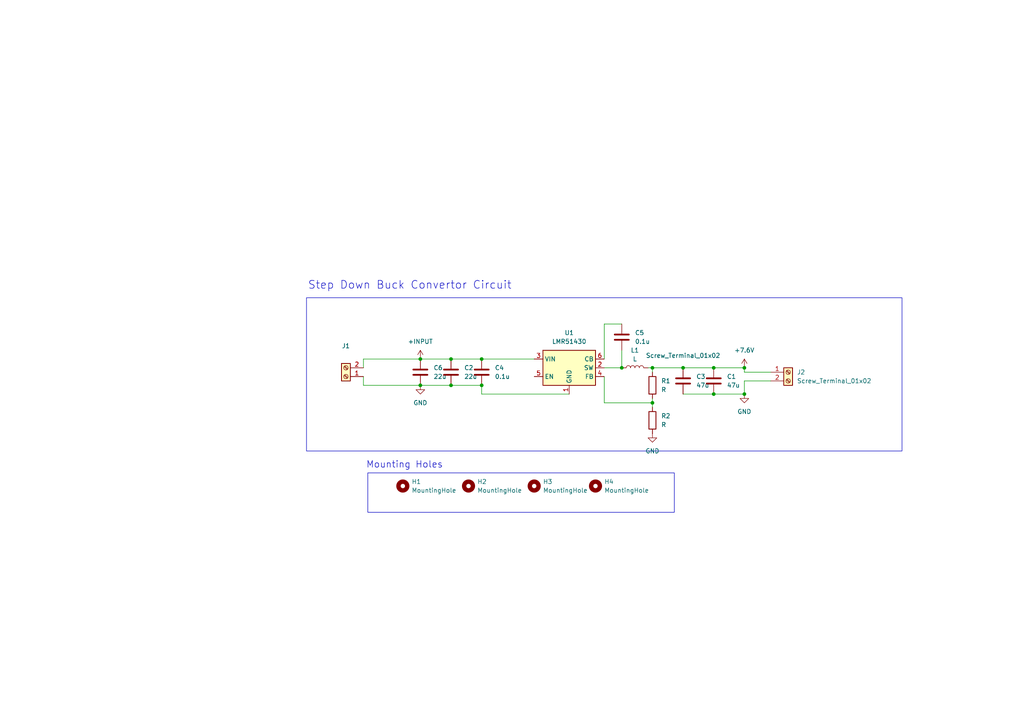
<source format=kicad_sch>
(kicad_sch
	(version 20231120)
	(generator "eeschema")
	(generator_version "8.0")
	(uuid "affacf8c-65d6-45b6-aacd-a7d5e8e0a92c")
	(paper "A4")
	(lib_symbols
		(symbol "Connector:Screw_Terminal_01x02"
			(pin_names
				(offset 1.016) hide)
			(exclude_from_sim no)
			(in_bom yes)
			(on_board yes)
			(property "Reference" "J"
				(at 0 2.54 0)
				(effects
					(font
						(size 1.27 1.27)
					)
				)
			)
			(property "Value" "Screw_Terminal_01x02"
				(at 0 -5.08 0)
				(effects
					(font
						(size 1.27 1.27)
					)
				)
			)
			(property "Footprint" ""
				(at 0 0 0)
				(effects
					(font
						(size 1.27 1.27)
					)
					(hide yes)
				)
			)
			(property "Datasheet" "~"
				(at 0 0 0)
				(effects
					(font
						(size 1.27 1.27)
					)
					(hide yes)
				)
			)
			(property "Description" "Generic screw terminal, single row, 01x02, script generated (kicad-library-utils/schlib/autogen/connector/)"
				(at 0 0 0)
				(effects
					(font
						(size 1.27 1.27)
					)
					(hide yes)
				)
			)
			(property "ki_keywords" "screw terminal"
				(at 0 0 0)
				(effects
					(font
						(size 1.27 1.27)
					)
					(hide yes)
				)
			)
			(property "ki_fp_filters" "TerminalBlock*:*"
				(at 0 0 0)
				(effects
					(font
						(size 1.27 1.27)
					)
					(hide yes)
				)
			)
			(symbol "Screw_Terminal_01x02_1_1"
				(rectangle
					(start -1.27 1.27)
					(end 1.27 -3.81)
					(stroke
						(width 0.254)
						(type default)
					)
					(fill
						(type background)
					)
				)
				(circle
					(center 0 -2.54)
					(radius 0.635)
					(stroke
						(width 0.1524)
						(type default)
					)
					(fill
						(type none)
					)
				)
				(polyline
					(pts
						(xy -0.5334 -2.2098) (xy 0.3302 -3.048)
					)
					(stroke
						(width 0.1524)
						(type default)
					)
					(fill
						(type none)
					)
				)
				(polyline
					(pts
						(xy -0.5334 0.3302) (xy 0.3302 -0.508)
					)
					(stroke
						(width 0.1524)
						(type default)
					)
					(fill
						(type none)
					)
				)
				(polyline
					(pts
						(xy -0.3556 -2.032) (xy 0.508 -2.8702)
					)
					(stroke
						(width 0.1524)
						(type default)
					)
					(fill
						(type none)
					)
				)
				(polyline
					(pts
						(xy -0.3556 0.508) (xy 0.508 -0.3302)
					)
					(stroke
						(width 0.1524)
						(type default)
					)
					(fill
						(type none)
					)
				)
				(circle
					(center 0 0)
					(radius 0.635)
					(stroke
						(width 0.1524)
						(type default)
					)
					(fill
						(type none)
					)
				)
				(pin passive line
					(at -5.08 0 0)
					(length 3.81)
					(name "Pin_1"
						(effects
							(font
								(size 1.27 1.27)
							)
						)
					)
					(number "1"
						(effects
							(font
								(size 1.27 1.27)
							)
						)
					)
				)
				(pin passive line
					(at -5.08 -2.54 0)
					(length 3.81)
					(name "Pin_2"
						(effects
							(font
								(size 1.27 1.27)
							)
						)
					)
					(number "2"
						(effects
							(font
								(size 1.27 1.27)
							)
						)
					)
				)
			)
		)
		(symbol "Device:C"
			(pin_numbers hide)
			(pin_names
				(offset 0.254)
			)
			(exclude_from_sim no)
			(in_bom yes)
			(on_board yes)
			(property "Reference" "C"
				(at 0.635 2.54 0)
				(effects
					(font
						(size 1.27 1.27)
					)
					(justify left)
				)
			)
			(property "Value" "C"
				(at 0.635 -2.54 0)
				(effects
					(font
						(size 1.27 1.27)
					)
					(justify left)
				)
			)
			(property "Footprint" ""
				(at 0.9652 -3.81 0)
				(effects
					(font
						(size 1.27 1.27)
					)
					(hide yes)
				)
			)
			(property "Datasheet" "~"
				(at 0 0 0)
				(effects
					(font
						(size 1.27 1.27)
					)
					(hide yes)
				)
			)
			(property "Description" "Unpolarized capacitor"
				(at 0 0 0)
				(effects
					(font
						(size 1.27 1.27)
					)
					(hide yes)
				)
			)
			(property "ki_keywords" "cap capacitor"
				(at 0 0 0)
				(effects
					(font
						(size 1.27 1.27)
					)
					(hide yes)
				)
			)
			(property "ki_fp_filters" "C_*"
				(at 0 0 0)
				(effects
					(font
						(size 1.27 1.27)
					)
					(hide yes)
				)
			)
			(symbol "C_0_1"
				(polyline
					(pts
						(xy -2.032 -0.762) (xy 2.032 -0.762)
					)
					(stroke
						(width 0.508)
						(type default)
					)
					(fill
						(type none)
					)
				)
				(polyline
					(pts
						(xy -2.032 0.762) (xy 2.032 0.762)
					)
					(stroke
						(width 0.508)
						(type default)
					)
					(fill
						(type none)
					)
				)
			)
			(symbol "C_1_1"
				(pin passive line
					(at 0 3.81 270)
					(length 2.794)
					(name "~"
						(effects
							(font
								(size 1.27 1.27)
							)
						)
					)
					(number "1"
						(effects
							(font
								(size 1.27 1.27)
							)
						)
					)
				)
				(pin passive line
					(at 0 -3.81 90)
					(length 2.794)
					(name "~"
						(effects
							(font
								(size 1.27 1.27)
							)
						)
					)
					(number "2"
						(effects
							(font
								(size 1.27 1.27)
							)
						)
					)
				)
			)
		)
		(symbol "Device:L"
			(pin_numbers hide)
			(pin_names
				(offset 1.016) hide)
			(exclude_from_sim no)
			(in_bom yes)
			(on_board yes)
			(property "Reference" "L"
				(at -1.27 0 90)
				(effects
					(font
						(size 1.27 1.27)
					)
				)
			)
			(property "Value" "L"
				(at 1.905 0 90)
				(effects
					(font
						(size 1.27 1.27)
					)
				)
			)
			(property "Footprint" ""
				(at 0 0 0)
				(effects
					(font
						(size 1.27 1.27)
					)
					(hide yes)
				)
			)
			(property "Datasheet" "~"
				(at 0 0 0)
				(effects
					(font
						(size 1.27 1.27)
					)
					(hide yes)
				)
			)
			(property "Description" "Inductor"
				(at 0 0 0)
				(effects
					(font
						(size 1.27 1.27)
					)
					(hide yes)
				)
			)
			(property "ki_keywords" "inductor choke coil reactor magnetic"
				(at 0 0 0)
				(effects
					(font
						(size 1.27 1.27)
					)
					(hide yes)
				)
			)
			(property "ki_fp_filters" "Choke_* *Coil* Inductor_* L_*"
				(at 0 0 0)
				(effects
					(font
						(size 1.27 1.27)
					)
					(hide yes)
				)
			)
			(symbol "L_0_1"
				(arc
					(start 0 -2.54)
					(mid 0.6323 -1.905)
					(end 0 -1.27)
					(stroke
						(width 0)
						(type default)
					)
					(fill
						(type none)
					)
				)
				(arc
					(start 0 -1.27)
					(mid 0.6323 -0.635)
					(end 0 0)
					(stroke
						(width 0)
						(type default)
					)
					(fill
						(type none)
					)
				)
				(arc
					(start 0 0)
					(mid 0.6323 0.635)
					(end 0 1.27)
					(stroke
						(width 0)
						(type default)
					)
					(fill
						(type none)
					)
				)
				(arc
					(start 0 1.27)
					(mid 0.6323 1.905)
					(end 0 2.54)
					(stroke
						(width 0)
						(type default)
					)
					(fill
						(type none)
					)
				)
			)
			(symbol "L_1_1"
				(pin passive line
					(at 0 3.81 270)
					(length 1.27)
					(name "1"
						(effects
							(font
								(size 1.27 1.27)
							)
						)
					)
					(number "1"
						(effects
							(font
								(size 1.27 1.27)
							)
						)
					)
				)
				(pin passive line
					(at 0 -3.81 90)
					(length 1.27)
					(name "2"
						(effects
							(font
								(size 1.27 1.27)
							)
						)
					)
					(number "2"
						(effects
							(font
								(size 1.27 1.27)
							)
						)
					)
				)
			)
		)
		(symbol "Device:R"
			(pin_numbers hide)
			(pin_names
				(offset 0)
			)
			(exclude_from_sim no)
			(in_bom yes)
			(on_board yes)
			(property "Reference" "R"
				(at 2.032 0 90)
				(effects
					(font
						(size 1.27 1.27)
					)
				)
			)
			(property "Value" "R"
				(at 0 0 90)
				(effects
					(font
						(size 1.27 1.27)
					)
				)
			)
			(property "Footprint" ""
				(at -1.778 0 90)
				(effects
					(font
						(size 1.27 1.27)
					)
					(hide yes)
				)
			)
			(property "Datasheet" "~"
				(at 0 0 0)
				(effects
					(font
						(size 1.27 1.27)
					)
					(hide yes)
				)
			)
			(property "Description" "Resistor"
				(at 0 0 0)
				(effects
					(font
						(size 1.27 1.27)
					)
					(hide yes)
				)
			)
			(property "ki_keywords" "R res resistor"
				(at 0 0 0)
				(effects
					(font
						(size 1.27 1.27)
					)
					(hide yes)
				)
			)
			(property "ki_fp_filters" "R_*"
				(at 0 0 0)
				(effects
					(font
						(size 1.27 1.27)
					)
					(hide yes)
				)
			)
			(symbol "R_0_1"
				(rectangle
					(start -1.016 -2.54)
					(end 1.016 2.54)
					(stroke
						(width 0.254)
						(type default)
					)
					(fill
						(type none)
					)
				)
			)
			(symbol "R_1_1"
				(pin passive line
					(at 0 3.81 270)
					(length 1.27)
					(name "~"
						(effects
							(font
								(size 1.27 1.27)
							)
						)
					)
					(number "1"
						(effects
							(font
								(size 1.27 1.27)
							)
						)
					)
				)
				(pin passive line
					(at 0 -3.81 90)
					(length 1.27)
					(name "~"
						(effects
							(font
								(size 1.27 1.27)
							)
						)
					)
					(number "2"
						(effects
							(font
								(size 1.27 1.27)
							)
						)
					)
				)
			)
		)
		(symbol "Mechanical:MountingHole"
			(pin_names
				(offset 1.016)
			)
			(exclude_from_sim yes)
			(in_bom no)
			(on_board yes)
			(property "Reference" "H"
				(at 0 5.08 0)
				(effects
					(font
						(size 1.27 1.27)
					)
				)
			)
			(property "Value" "MountingHole"
				(at 0 3.175 0)
				(effects
					(font
						(size 1.27 1.27)
					)
				)
			)
			(property "Footprint" ""
				(at 0 0 0)
				(effects
					(font
						(size 1.27 1.27)
					)
					(hide yes)
				)
			)
			(property "Datasheet" "~"
				(at 0 0 0)
				(effects
					(font
						(size 1.27 1.27)
					)
					(hide yes)
				)
			)
			(property "Description" "Mounting Hole without connection"
				(at 0 0 0)
				(effects
					(font
						(size 1.27 1.27)
					)
					(hide yes)
				)
			)
			(property "ki_keywords" "mounting hole"
				(at 0 0 0)
				(effects
					(font
						(size 1.27 1.27)
					)
					(hide yes)
				)
			)
			(property "ki_fp_filters" "MountingHole*"
				(at 0 0 0)
				(effects
					(font
						(size 1.27 1.27)
					)
					(hide yes)
				)
			)
			(symbol "MountingHole_0_1"
				(circle
					(center 0 0)
					(radius 1.27)
					(stroke
						(width 1.27)
						(type default)
					)
					(fill
						(type none)
					)
				)
			)
		)
		(symbol "Regulator_Switching:LMR51430"
			(exclude_from_sim no)
			(in_bom yes)
			(on_board yes)
			(property "Reference" "U"
				(at -7.62 6.35 0)
				(effects
					(font
						(size 1.27 1.27)
					)
					(justify left)
				)
			)
			(property "Value" "LMR51430"
				(at 0 6.35 0)
				(effects
					(font
						(size 1.27 1.27)
					)
					(justify left)
				)
			)
			(property "Footprint" "Package_TO_SOT_SMD:SOT-23-6"
				(at 1.27 -8.89 0)
				(effects
					(font
						(size 1.27 1.27)
					)
					(justify left)
					(hide yes)
				)
			)
			(property "Datasheet" "https://www.ti.com/lit/ds/symlink/lmr51430.pdf"
				(at 1.27 -11.43 0)
				(effects
					(font
						(size 1.27 1.27)
					)
					(justify left)
					(hide yes)
				)
			)
			(property "Description" "4.5-V to 36-V, 3-A synchronous buck converter with 40-µA IQ, SOT-23-6"
				(at 0 0 0)
				(effects
					(font
						(size 1.27 1.27)
					)
					(hide yes)
				)
			)
			(property "ki_keywords" "switching buck converter power-supply voltage regulator"
				(at 0 0 0)
				(effects
					(font
						(size 1.27 1.27)
					)
					(hide yes)
				)
			)
			(property "ki_fp_filters" "SOT?23*"
				(at 0 0 0)
				(effects
					(font
						(size 1.27 1.27)
					)
					(hide yes)
				)
			)
			(symbol "LMR51430_0_1"
				(rectangle
					(start -7.62 5.08)
					(end 7.62 -5.08)
					(stroke
						(width 0.254)
						(type default)
					)
					(fill
						(type background)
					)
				)
			)
			(symbol "LMR51430_1_1"
				(pin power_in line
					(at 0 -7.62 90)
					(length 2.54)
					(name "GND"
						(effects
							(font
								(size 1.27 1.27)
							)
						)
					)
					(number "1"
						(effects
							(font
								(size 1.27 1.27)
							)
						)
					)
				)
				(pin power_out line
					(at 10.16 0 180)
					(length 2.54)
					(name "SW"
						(effects
							(font
								(size 1.27 1.27)
							)
						)
					)
					(number "2"
						(effects
							(font
								(size 1.27 1.27)
							)
						)
					)
				)
				(pin power_in line
					(at -10.16 2.54 0)
					(length 2.54)
					(name "VIN"
						(effects
							(font
								(size 1.27 1.27)
							)
						)
					)
					(number "3"
						(effects
							(font
								(size 1.27 1.27)
							)
						)
					)
				)
				(pin input line
					(at 10.16 -2.54 180)
					(length 2.54)
					(name "FB"
						(effects
							(font
								(size 1.27 1.27)
							)
						)
					)
					(number "4"
						(effects
							(font
								(size 1.27 1.27)
							)
						)
					)
				)
				(pin input line
					(at -10.16 -2.54 0)
					(length 2.54)
					(name "EN"
						(effects
							(font
								(size 1.27 1.27)
							)
						)
					)
					(number "5"
						(effects
							(font
								(size 1.27 1.27)
							)
						)
					)
				)
				(pin passive line
					(at 10.16 2.54 180)
					(length 2.54)
					(name "CB"
						(effects
							(font
								(size 1.27 1.27)
							)
						)
					)
					(number "6"
						(effects
							(font
								(size 1.27 1.27)
							)
						)
					)
				)
			)
		)
		(symbol "power:+3.3V"
			(power)
			(pin_numbers hide)
			(pin_names
				(offset 0) hide)
			(exclude_from_sim no)
			(in_bom yes)
			(on_board yes)
			(property "Reference" "#PWR"
				(at 0 -3.81 0)
				(effects
					(font
						(size 1.27 1.27)
					)
					(hide yes)
				)
			)
			(property "Value" "+3.3V"
				(at 0 3.556 0)
				(effects
					(font
						(size 1.27 1.27)
					)
				)
			)
			(property "Footprint" ""
				(at 0 0 0)
				(effects
					(font
						(size 1.27 1.27)
					)
					(hide yes)
				)
			)
			(property "Datasheet" ""
				(at 0 0 0)
				(effects
					(font
						(size 1.27 1.27)
					)
					(hide yes)
				)
			)
			(property "Description" "Power symbol creates a global label with name \"+3.3V\""
				(at 0 0 0)
				(effects
					(font
						(size 1.27 1.27)
					)
					(hide yes)
				)
			)
			(property "ki_keywords" "global power"
				(at 0 0 0)
				(effects
					(font
						(size 1.27 1.27)
					)
					(hide yes)
				)
			)
			(symbol "+3.3V_0_1"
				(polyline
					(pts
						(xy -0.762 1.27) (xy 0 2.54)
					)
					(stroke
						(width 0)
						(type default)
					)
					(fill
						(type none)
					)
				)
				(polyline
					(pts
						(xy 0 0) (xy 0 2.54)
					)
					(stroke
						(width 0)
						(type default)
					)
					(fill
						(type none)
					)
				)
				(polyline
					(pts
						(xy 0 2.54) (xy 0.762 1.27)
					)
					(stroke
						(width 0)
						(type default)
					)
					(fill
						(type none)
					)
				)
			)
			(symbol "+3.3V_1_1"
				(pin power_in line
					(at 0 0 90)
					(length 0)
					(name "~"
						(effects
							(font
								(size 1.27 1.27)
							)
						)
					)
					(number "1"
						(effects
							(font
								(size 1.27 1.27)
							)
						)
					)
				)
			)
		)
		(symbol "power:+7.5V"
			(power)
			(pin_numbers hide)
			(pin_names
				(offset 0) hide)
			(exclude_from_sim no)
			(in_bom yes)
			(on_board yes)
			(property "Reference" "#PWR"
				(at 0 -3.81 0)
				(effects
					(font
						(size 1.27 1.27)
					)
					(hide yes)
				)
			)
			(property "Value" "+7.5V"
				(at 0 3.556 0)
				(effects
					(font
						(size 1.27 1.27)
					)
				)
			)
			(property "Footprint" ""
				(at 0 0 0)
				(effects
					(font
						(size 1.27 1.27)
					)
					(hide yes)
				)
			)
			(property "Datasheet" ""
				(at 0 0 0)
				(effects
					(font
						(size 1.27 1.27)
					)
					(hide yes)
				)
			)
			(property "Description" "Power symbol creates a global label with name \"+7.5V\""
				(at 0 0 0)
				(effects
					(font
						(size 1.27 1.27)
					)
					(hide yes)
				)
			)
			(property "ki_keywords" "global power"
				(at 0 0 0)
				(effects
					(font
						(size 1.27 1.27)
					)
					(hide yes)
				)
			)
			(symbol "+7.5V_0_1"
				(polyline
					(pts
						(xy -0.762 1.27) (xy 0 2.54)
					)
					(stroke
						(width 0)
						(type default)
					)
					(fill
						(type none)
					)
				)
				(polyline
					(pts
						(xy 0 0) (xy 0 2.54)
					)
					(stroke
						(width 0)
						(type default)
					)
					(fill
						(type none)
					)
				)
				(polyline
					(pts
						(xy 0 2.54) (xy 0.762 1.27)
					)
					(stroke
						(width 0)
						(type default)
					)
					(fill
						(type none)
					)
				)
			)
			(symbol "+7.5V_1_1"
				(pin power_in line
					(at 0 0 90)
					(length 0)
					(name "~"
						(effects
							(font
								(size 1.27 1.27)
							)
						)
					)
					(number "1"
						(effects
							(font
								(size 1.27 1.27)
							)
						)
					)
				)
			)
		)
		(symbol "power:GND"
			(power)
			(pin_numbers hide)
			(pin_names
				(offset 0) hide)
			(exclude_from_sim no)
			(in_bom yes)
			(on_board yes)
			(property "Reference" "#PWR"
				(at 0 -6.35 0)
				(effects
					(font
						(size 1.27 1.27)
					)
					(hide yes)
				)
			)
			(property "Value" "GND"
				(at 0 -3.81 0)
				(effects
					(font
						(size 1.27 1.27)
					)
				)
			)
			(property "Footprint" ""
				(at 0 0 0)
				(effects
					(font
						(size 1.27 1.27)
					)
					(hide yes)
				)
			)
			(property "Datasheet" ""
				(at 0 0 0)
				(effects
					(font
						(size 1.27 1.27)
					)
					(hide yes)
				)
			)
			(property "Description" "Power symbol creates a global label with name \"GND\" , ground"
				(at 0 0 0)
				(effects
					(font
						(size 1.27 1.27)
					)
					(hide yes)
				)
			)
			(property "ki_keywords" "global power"
				(at 0 0 0)
				(effects
					(font
						(size 1.27 1.27)
					)
					(hide yes)
				)
			)
			(symbol "GND_0_1"
				(polyline
					(pts
						(xy 0 0) (xy 0 -1.27) (xy 1.27 -1.27) (xy 0 -2.54) (xy -1.27 -1.27) (xy 0 -1.27)
					)
					(stroke
						(width 0)
						(type default)
					)
					(fill
						(type none)
					)
				)
			)
			(symbol "GND_1_1"
				(pin power_in line
					(at 0 0 270)
					(length 0)
					(name "~"
						(effects
							(font
								(size 1.27 1.27)
							)
						)
					)
					(number "1"
						(effects
							(font
								(size 1.27 1.27)
							)
						)
					)
				)
			)
		)
	)
	(junction
		(at 130.81 104.14)
		(diameter 0)
		(color 0 0 0 0)
		(uuid "03d5f673-7985-4337-9ebd-6f4b92c28364")
	)
	(junction
		(at 130.81 111.76)
		(diameter 0)
		(color 0 0 0 0)
		(uuid "1f3430df-cdce-4908-af69-ddfb12e0b4a6")
	)
	(junction
		(at 198.12 106.68)
		(diameter 0)
		(color 0 0 0 0)
		(uuid "22c8055b-2d3b-4448-b93e-ff52e80b8d5d")
	)
	(junction
		(at 207.01 114.3)
		(diameter 0)
		(color 0 0 0 0)
		(uuid "37306915-22db-407e-b0fa-f00f940b6aef")
	)
	(junction
		(at 121.92 104.14)
		(diameter 0)
		(color 0 0 0 0)
		(uuid "4a120211-0312-44a9-ac14-cfb999e02bd6")
	)
	(junction
		(at 189.23 116.84)
		(diameter 0)
		(color 0 0 0 0)
		(uuid "4e861fec-ea95-4ea1-bd81-6defcb152da0")
	)
	(junction
		(at 139.7 111.76)
		(diameter 0)
		(color 0 0 0 0)
		(uuid "5afb5e51-f91b-4711-bfc5-bc80a491920b")
	)
	(junction
		(at 189.23 106.68)
		(diameter 0)
		(color 0 0 0 0)
		(uuid "9bcd5320-6961-4f92-b100-7abdd3a740f6")
	)
	(junction
		(at 121.92 111.76)
		(diameter 0)
		(color 0 0 0 0)
		(uuid "bbc580a3-08e2-448f-89fc-c747516772ba")
	)
	(junction
		(at 139.7 104.14)
		(diameter 0)
		(color 0 0 0 0)
		(uuid "c30e3538-b453-4743-a49c-5483ceb7fbd9")
	)
	(junction
		(at 215.9 106.68)
		(diameter 0)
		(color 0 0 0 0)
		(uuid "c9c389b7-408a-4999-adb0-0d8cf0a69cdf")
	)
	(junction
		(at 180.34 106.68)
		(diameter 0)
		(color 0 0 0 0)
		(uuid "ca6f1905-9ad5-4e25-9a70-bb25cb7cce94")
	)
	(junction
		(at 207.01 106.68)
		(diameter 0)
		(color 0 0 0 0)
		(uuid "e0bdc0c1-3875-4c5c-8e9e-049518a5dda7")
	)
	(junction
		(at 215.9 114.3)
		(diameter 0)
		(color 0 0 0 0)
		(uuid "e16929f4-e745-4ce8-9970-1b1fd98e1282")
	)
	(wire
		(pts
			(xy 215.9 106.68) (xy 207.01 106.68)
		)
		(stroke
			(width 0)
			(type default)
		)
		(uuid "04d137a3-f25d-4189-86bc-67360de36185")
	)
	(wire
		(pts
			(xy 130.81 111.76) (xy 139.7 111.76)
		)
		(stroke
			(width 0)
			(type default)
		)
		(uuid "0a52f3b7-d4f1-446d-8399-6e2f4445f787")
	)
	(wire
		(pts
			(xy 105.41 111.76) (xy 121.92 111.76)
		)
		(stroke
			(width 0)
			(type default)
		)
		(uuid "13871245-4333-4e13-8fb0-1e3a8ec9da90")
	)
	(wire
		(pts
			(xy 198.12 114.3) (xy 207.01 114.3)
		)
		(stroke
			(width 0)
			(type default)
		)
		(uuid "167661f4-bbdd-444c-9244-9e56d00f7961")
	)
	(wire
		(pts
			(xy 223.52 107.95) (xy 215.9 107.95)
		)
		(stroke
			(width 0)
			(type default)
		)
		(uuid "19d907ec-0ef9-4529-a1a4-ab781b5a5306")
	)
	(wire
		(pts
			(xy 215.9 107.95) (xy 215.9 106.68)
		)
		(stroke
			(width 0)
			(type default)
		)
		(uuid "2e6335ee-3b55-4b24-90da-bc5996cbe6b3")
	)
	(wire
		(pts
			(xy 175.26 116.84) (xy 175.26 109.22)
		)
		(stroke
			(width 0)
			(type default)
		)
		(uuid "37739bb3-5544-4284-963f-024434a7977c")
	)
	(wire
		(pts
			(xy 187.96 106.68) (xy 189.23 106.68)
		)
		(stroke
			(width 0)
			(type default)
		)
		(uuid "3af587e2-c67c-4be3-9222-50222472a208")
	)
	(wire
		(pts
			(xy 165.1 114.3) (xy 139.7 114.3)
		)
		(stroke
			(width 0)
			(type default)
		)
		(uuid "3b475dec-f9d0-4e71-9735-6dd69f573c79")
	)
	(wire
		(pts
			(xy 189.23 116.84) (xy 189.23 118.11)
		)
		(stroke
			(width 0)
			(type default)
		)
		(uuid "6074815e-b53b-4ce0-91e9-fcc841378231")
	)
	(wire
		(pts
			(xy 180.34 101.6) (xy 180.34 106.68)
		)
		(stroke
			(width 0)
			(type default)
		)
		(uuid "64436ae5-e77d-436d-af40-842adf65bf46")
	)
	(wire
		(pts
			(xy 180.34 93.98) (xy 175.26 93.98)
		)
		(stroke
			(width 0)
			(type default)
		)
		(uuid "695c8fac-42d4-4d65-8941-98130cb95f96")
	)
	(wire
		(pts
			(xy 175.26 93.98) (xy 175.26 104.14)
		)
		(stroke
			(width 0)
			(type default)
		)
		(uuid "7139ee6f-d8d1-4a62-aea0-b1b3a9415780")
	)
	(wire
		(pts
			(xy 223.52 110.49) (xy 215.9 110.49)
		)
		(stroke
			(width 0)
			(type default)
		)
		(uuid "7e1d1bf3-6167-4fef-969a-267d2001dbd6")
	)
	(wire
		(pts
			(xy 121.92 104.14) (xy 130.81 104.14)
		)
		(stroke
			(width 0)
			(type default)
		)
		(uuid "81b2e3f4-a45f-4191-9fe1-ba06840ea46c")
	)
	(wire
		(pts
			(xy 121.92 111.76) (xy 130.81 111.76)
		)
		(stroke
			(width 0)
			(type default)
		)
		(uuid "821c959c-0772-4965-a4db-aba99814f305")
	)
	(wire
		(pts
			(xy 154.94 104.14) (xy 139.7 104.14)
		)
		(stroke
			(width 0)
			(type default)
		)
		(uuid "8670a98b-c76d-4b76-8e6e-7bb619419994")
	)
	(wire
		(pts
			(xy 189.23 106.68) (xy 189.23 107.95)
		)
		(stroke
			(width 0)
			(type default)
		)
		(uuid "86e0a552-5408-4d60-a7dc-d68b6e567bbb")
	)
	(wire
		(pts
			(xy 189.23 115.57) (xy 189.23 116.84)
		)
		(stroke
			(width 0)
			(type default)
		)
		(uuid "91d1e498-a7bb-4bf0-9826-ae8b9a3e02c4")
	)
	(wire
		(pts
			(xy 105.41 104.14) (xy 121.92 104.14)
		)
		(stroke
			(width 0)
			(type default)
		)
		(uuid "a450d7d5-0b17-4ac9-a2ad-30eab5d442fc")
	)
	(wire
		(pts
			(xy 105.41 106.68) (xy 105.41 104.14)
		)
		(stroke
			(width 0)
			(type default)
		)
		(uuid "ac57e1be-953e-484c-b363-9d0a5d998f64")
	)
	(wire
		(pts
			(xy 198.12 106.68) (xy 207.01 106.68)
		)
		(stroke
			(width 0)
			(type default)
		)
		(uuid "afc50e06-8323-4a12-a66b-27f41d85821b")
	)
	(wire
		(pts
			(xy 189.23 106.68) (xy 198.12 106.68)
		)
		(stroke
			(width 0)
			(type default)
		)
		(uuid "b209ad60-833a-4b4e-b7ae-2f1353ba9214")
	)
	(wire
		(pts
			(xy 175.26 116.84) (xy 189.23 116.84)
		)
		(stroke
			(width 0)
			(type default)
		)
		(uuid "c19e9ff0-0347-43ea-9c2e-8497b92b7082")
	)
	(wire
		(pts
			(xy 130.81 104.14) (xy 139.7 104.14)
		)
		(stroke
			(width 0)
			(type default)
		)
		(uuid "cd1c4dea-23bd-4f3b-869b-5289fd79d305")
	)
	(wire
		(pts
			(xy 105.41 109.22) (xy 105.41 111.76)
		)
		(stroke
			(width 0)
			(type default)
		)
		(uuid "e3c72562-21fb-4a53-98ce-095390add465")
	)
	(wire
		(pts
			(xy 139.7 114.3) (xy 139.7 111.76)
		)
		(stroke
			(width 0)
			(type default)
		)
		(uuid "f75d1f9a-c437-47ac-9a38-8bc4ded68976")
	)
	(wire
		(pts
			(xy 215.9 110.49) (xy 215.9 114.3)
		)
		(stroke
			(width 0)
			(type default)
		)
		(uuid "f83c1267-0422-4274-8704-5b0abcae3016")
	)
	(wire
		(pts
			(xy 175.26 106.68) (xy 180.34 106.68)
		)
		(stroke
			(width 0)
			(type default)
		)
		(uuid "fe1b90e3-1b1b-42d7-9620-2dffd4891c19")
	)
	(wire
		(pts
			(xy 207.01 114.3) (xy 215.9 114.3)
		)
		(stroke
			(width 0)
			(type default)
		)
		(uuid "feb12e3d-5eca-4ac4-afa9-4a911fd3160b")
	)
	(rectangle
		(start 88.9 86.36)
		(end 261.62 130.81)
		(stroke
			(width 0)
			(type default)
		)
		(fill
			(type none)
		)
		(uuid 87d43509-214b-426f-846a-ad5687d1cb35)
	)
	(rectangle
		(start 106.68 137.16)
		(end 195.58 148.59)
		(stroke
			(width 0)
			(type default)
		)
		(fill
			(type none)
		)
		(uuid f2c98fc2-4621-4ecb-9a30-0a3704629288)
	)
	(text "Step Down Buck Convertor Circuit"
		(exclude_from_sim no)
		(at 118.872 82.804 0)
		(effects
			(font
				(size 2.286 2.286)
			)
		)
		(uuid "0fc192ad-c4e3-460e-9173-d560970f4e17")
	)
	(text "Mounting Holes"
		(exclude_from_sim no)
		(at 117.348 134.874 0)
		(effects
			(font
				(size 1.905 1.905)
			)
		)
		(uuid "f0bb7e2d-192b-42f1-af29-c3b6d477dfe8")
	)
	(symbol
		(lib_id "power:+7.5V")
		(at 215.9 106.68 0)
		(unit 1)
		(exclude_from_sim no)
		(in_bom yes)
		(on_board yes)
		(dnp no)
		(fields_autoplaced yes)
		(uuid "03e89fd3-4f45-4bef-ad94-4f45ca011a89")
		(property "Reference" "#PWR04"
			(at 215.9 110.49 0)
			(effects
				(font
					(size 1.27 1.27)
				)
				(hide yes)
			)
		)
		(property "Value" "+7.6V"
			(at 215.9 101.6 0)
			(effects
				(font
					(size 1.27 1.27)
				)
			)
		)
		(property "Footprint" ""
			(at 215.9 106.68 0)
			(effects
				(font
					(size 1.27 1.27)
				)
				(hide yes)
			)
		)
		(property "Datasheet" ""
			(at 215.9 106.68 0)
			(effects
				(font
					(size 1.27 1.27)
				)
				(hide yes)
			)
		)
		(property "Description" "Power symbol creates a global label with name \"+7.5V\""
			(at 215.9 106.68 0)
			(effects
				(font
					(size 1.27 1.27)
				)
				(hide yes)
			)
		)
		(pin "1"
			(uuid "2248045e-3436-4e76-8e9f-41f0073f7c39")
		)
		(instances
			(project "DC BUCK CONVERTOR V1"
				(path "/affacf8c-65d6-45b6-aacd-a7d5e8e0a92c"
					(reference "#PWR04")
					(unit 1)
				)
			)
		)
	)
	(symbol
		(lib_id "Device:R")
		(at 189.23 121.92 0)
		(unit 1)
		(exclude_from_sim no)
		(in_bom yes)
		(on_board yes)
		(dnp no)
		(fields_autoplaced yes)
		(uuid "1f4a8d68-a204-417e-bb51-b68625428b1b")
		(property "Reference" "R2"
			(at 191.77 120.6499 0)
			(effects
				(font
					(size 1.27 1.27)
				)
				(justify left)
			)
		)
		(property "Value" "R"
			(at 191.77 123.1899 0)
			(effects
				(font
					(size 1.27 1.27)
				)
				(justify left)
			)
		)
		(property "Footprint" "Resistor_SMD:R_0603_1608Metric_Pad0.98x0.95mm_HandSolder"
			(at 187.452 121.92 90)
			(effects
				(font
					(size 1.27 1.27)
				)
				(hide yes)
			)
		)
		(property "Datasheet" "~"
			(at 189.23 121.92 0)
			(effects
				(font
					(size 1.27 1.27)
				)
				(hide yes)
			)
		)
		(property "Description" "Resistor"
			(at 189.23 121.92 0)
			(effects
				(font
					(size 1.27 1.27)
				)
				(hide yes)
			)
		)
		(pin "2"
			(uuid "2076b487-fc07-4988-b2ea-619c864a0976")
		)
		(pin "1"
			(uuid "68d90d78-6436-44af-ada1-f065be96e532")
		)
		(instances
			(project "DC BUCK CONVERTOR V1"
				(path "/affacf8c-65d6-45b6-aacd-a7d5e8e0a92c"
					(reference "R2")
					(unit 1)
				)
			)
		)
	)
	(symbol
		(lib_id "power:GND")
		(at 121.92 111.76 0)
		(unit 1)
		(exclude_from_sim no)
		(in_bom yes)
		(on_board yes)
		(dnp no)
		(fields_autoplaced yes)
		(uuid "2fdf9782-f752-4ed9-ab50-380a39f4a013")
		(property "Reference" "#PWR01"
			(at 121.92 118.11 0)
			(effects
				(font
					(size 1.27 1.27)
				)
				(hide yes)
			)
		)
		(property "Value" "GND"
			(at 121.92 116.84 0)
			(effects
				(font
					(size 1.27 1.27)
				)
			)
		)
		(property "Footprint" ""
			(at 121.92 111.76 0)
			(effects
				(font
					(size 1.27 1.27)
				)
				(hide yes)
			)
		)
		(property "Datasheet" ""
			(at 121.92 111.76 0)
			(effects
				(font
					(size 1.27 1.27)
				)
				(hide yes)
			)
		)
		(property "Description" "Power symbol creates a global label with name \"GND\" , ground"
			(at 121.92 111.76 0)
			(effects
				(font
					(size 1.27 1.27)
				)
				(hide yes)
			)
		)
		(pin "1"
			(uuid "987d5c7e-d982-4da0-ae0f-a87b91988cff")
		)
		(instances
			(project "DC BUCK CONVERTOR V1"
				(path "/affacf8c-65d6-45b6-aacd-a7d5e8e0a92c"
					(reference "#PWR01")
					(unit 1)
				)
			)
		)
	)
	(symbol
		(lib_id "Device:L")
		(at 184.15 106.68 90)
		(unit 1)
		(exclude_from_sim no)
		(in_bom yes)
		(on_board yes)
		(dnp no)
		(fields_autoplaced yes)
		(uuid "3bde4b6e-05dc-49b4-a4a2-59c9ad4df7f2")
		(property "Reference" "L1"
			(at 184.15 101.6 90)
			(effects
				(font
					(size 1.27 1.27)
				)
			)
		)
		(property "Value" "L"
			(at 184.15 104.14 90)
			(effects
				(font
					(size 1.27 1.27)
				)
			)
		)
		(property "Footprint" "Inductor_SMD:L_1206_3216Metric"
			(at 184.15 106.68 0)
			(effects
				(font
					(size 1.27 1.27)
				)
				(hide yes)
			)
		)
		(property "Datasheet" "~"
			(at 184.15 106.68 0)
			(effects
				(font
					(size 1.27 1.27)
				)
				(hide yes)
			)
		)
		(property "Description" "Inductor"
			(at 184.15 106.68 0)
			(effects
				(font
					(size 1.27 1.27)
				)
				(hide yes)
			)
		)
		(pin "1"
			(uuid "9c49ee12-60d9-43f8-8469-220692d608ae")
		)
		(pin "2"
			(uuid "52dd4932-ad4a-410a-96ac-044ae572658e")
		)
		(instances
			(project "DC BUCK CONVERTOR V1"
				(path "/affacf8c-65d6-45b6-aacd-a7d5e8e0a92c"
					(reference "L1")
					(unit 1)
				)
			)
		)
	)
	(symbol
		(lib_id "Device:C")
		(at 130.81 107.95 0)
		(unit 1)
		(exclude_from_sim no)
		(in_bom yes)
		(on_board yes)
		(dnp no)
		(fields_autoplaced yes)
		(uuid "5ba293de-86f0-4823-8e32-7cd271b35008")
		(property "Reference" "C2"
			(at 134.62 106.6799 0)
			(effects
				(font
					(size 1.27 1.27)
				)
				(justify left)
			)
		)
		(property "Value" "22u"
			(at 134.62 109.2199 0)
			(effects
				(font
					(size 1.27 1.27)
				)
				(justify left)
			)
		)
		(property "Footprint" "Capacitor_SMD:C_1206_3216Metric_Pad1.33x1.80mm_HandSolder"
			(at 131.7752 111.76 0)
			(effects
				(font
					(size 1.27 1.27)
				)
				(hide yes)
			)
		)
		(property "Datasheet" "~"
			(at 130.81 107.95 0)
			(effects
				(font
					(size 1.27 1.27)
				)
				(hide yes)
			)
		)
		(property "Description" "Unpolarized capacitor"
			(at 130.81 107.95 0)
			(effects
				(font
					(size 1.27 1.27)
				)
				(hide yes)
			)
		)
		(pin "1"
			(uuid "5c6e4d09-311f-418b-a13e-5cd6321d1ddd")
		)
		(pin "2"
			(uuid "e2695c9f-a333-4393-9bc5-ac668dadc9e9")
		)
		(instances
			(project "DC BUCK CONVERTOR V1"
				(path "/affacf8c-65d6-45b6-aacd-a7d5e8e0a92c"
					(reference "C2")
					(unit 1)
				)
			)
		)
	)
	(symbol
		(lib_id "Connector:Screw_Terminal_01x02")
		(at 228.6 107.95 0)
		(unit 1)
		(exclude_from_sim no)
		(in_bom yes)
		(on_board yes)
		(dnp no)
		(fields_autoplaced yes)
		(uuid "68057cd2-e0e5-49c2-9f49-99f753fde30c")
		(property "Reference" "J2"
			(at 231.14 107.9499 0)
			(effects
				(font
					(size 1.27 1.27)
				)
				(justify left)
			)
		)
		(property "Value" "Screw_Terminal_01x02"
			(at 231.14 110.4899 0)
			(effects
				(font
					(size 1.27 1.27)
				)
				(justify left)
			)
		)
		(property "Footprint" "TerminalBlock_Altech:Altech_AK100_1x02_P5.00mm"
			(at 228.6 107.95 0)
			(effects
				(font
					(size 1.27 1.27)
				)
				(hide yes)
			)
		)
		(property "Datasheet" "~"
			(at 228.6 107.95 0)
			(effects
				(font
					(size 1.27 1.27)
				)
				(hide yes)
			)
		)
		(property "Description" "Generic screw terminal, single row, 01x02, script generated (kicad-library-utils/schlib/autogen/connector/)"
			(at 228.6 107.95 0)
			(effects
				(font
					(size 1.27 1.27)
				)
				(hide yes)
			)
		)
		(pin "2"
			(uuid "81f72c2d-c04d-4e65-af1b-84dd3422b4b0")
		)
		(pin "1"
			(uuid "55d1266f-1202-4aa3-93cc-d615f3c814a4")
		)
		(instances
			(project "DC BUCK CONVERTOR V1"
				(path "/affacf8c-65d6-45b6-aacd-a7d5e8e0a92c"
					(reference "J2")
					(unit 1)
				)
			)
		)
	)
	(symbol
		(lib_id "Mechanical:MountingHole")
		(at 135.89 140.97 0)
		(unit 1)
		(exclude_from_sim yes)
		(in_bom no)
		(on_board yes)
		(dnp no)
		(fields_autoplaced yes)
		(uuid "68cb8b13-6559-4f53-aa49-6d0440b21cea")
		(property "Reference" "H2"
			(at 138.43 139.6999 0)
			(effects
				(font
					(size 1.27 1.27)
				)
				(justify left)
			)
		)
		(property "Value" "MountingHole"
			(at 138.43 142.2399 0)
			(effects
				(font
					(size 1.27 1.27)
				)
				(justify left)
			)
		)
		(property "Footprint" "MountingHole:MountingHole_2.2mm_M2_DIN965_Pad_TopBottom"
			(at 135.89 140.97 0)
			(effects
				(font
					(size 1.27 1.27)
				)
				(hide yes)
			)
		)
		(property "Datasheet" "~"
			(at 135.89 140.97 0)
			(effects
				(font
					(size 1.27 1.27)
				)
				(hide yes)
			)
		)
		(property "Description" "Mounting Hole without connection"
			(at 135.89 140.97 0)
			(effects
				(font
					(size 1.27 1.27)
				)
				(hide yes)
			)
		)
		(instances
			(project "DC BUCK CONVERTOR V1"
				(path "/affacf8c-65d6-45b6-aacd-a7d5e8e0a92c"
					(reference "H2")
					(unit 1)
				)
			)
		)
	)
	(symbol
		(lib_id "Device:C")
		(at 139.7 107.95 0)
		(unit 1)
		(exclude_from_sim no)
		(in_bom yes)
		(on_board yes)
		(dnp no)
		(fields_autoplaced yes)
		(uuid "6a082a4b-0345-47fe-b7b2-b713afef6b9c")
		(property "Reference" "C4"
			(at 143.51 106.6799 0)
			(effects
				(font
					(size 1.27 1.27)
				)
				(justify left)
			)
		)
		(property "Value" "0.1u"
			(at 143.51 109.2199 0)
			(effects
				(font
					(size 1.27 1.27)
				)
				(justify left)
			)
		)
		(property "Footprint" "Capacitor_SMD:C_0603_1608Metric_Pad1.08x0.95mm_HandSolder"
			(at 140.6652 111.76 0)
			(effects
				(font
					(size 1.27 1.27)
				)
				(hide yes)
			)
		)
		(property "Datasheet" "~"
			(at 139.7 107.95 0)
			(effects
				(font
					(size 1.27 1.27)
				)
				(hide yes)
			)
		)
		(property "Description" "Unpolarized capacitor"
			(at 139.7 107.95 0)
			(effects
				(font
					(size 1.27 1.27)
				)
				(hide yes)
			)
		)
		(pin "1"
			(uuid "9e525202-6e5f-4b93-ac05-638e9e0ccfe6")
		)
		(pin "2"
			(uuid "2a3cfe21-ffb6-4f75-8ca8-1ce4f30e08dd")
		)
		(instances
			(project "DC BUCK CONVERTOR V1"
				(path "/affacf8c-65d6-45b6-aacd-a7d5e8e0a92c"
					(reference "C4")
					(unit 1)
				)
			)
		)
	)
	(symbol
		(lib_id "Device:R")
		(at 189.23 111.76 0)
		(unit 1)
		(exclude_from_sim no)
		(in_bom yes)
		(on_board yes)
		(dnp no)
		(fields_autoplaced yes)
		(uuid "6dff1cc5-d916-409a-a8fb-279b9d877169")
		(property "Reference" "R1"
			(at 191.77 110.4899 0)
			(effects
				(font
					(size 1.27 1.27)
				)
				(justify left)
			)
		)
		(property "Value" "R"
			(at 191.77 113.0299 0)
			(effects
				(font
					(size 1.27 1.27)
				)
				(justify left)
			)
		)
		(property "Footprint" "Resistor_SMD:R_0603_1608Metric_Pad0.98x0.95mm_HandSolder"
			(at 187.452 111.76 90)
			(effects
				(font
					(size 1.27 1.27)
				)
				(hide yes)
			)
		)
		(property "Datasheet" "~"
			(at 189.23 111.76 0)
			(effects
				(font
					(size 1.27 1.27)
				)
				(hide yes)
			)
		)
		(property "Description" "Resistor"
			(at 189.23 111.76 0)
			(effects
				(font
					(size 1.27 1.27)
				)
				(hide yes)
			)
		)
		(pin "2"
			(uuid "4c9b3420-bdfc-421d-afd6-12c424d996e5")
		)
		(pin "1"
			(uuid "7cc8cf46-b060-4651-a1af-22f792f37918")
		)
		(instances
			(project "DC BUCK CONVERTOR V1"
				(path "/affacf8c-65d6-45b6-aacd-a7d5e8e0a92c"
					(reference "R1")
					(unit 1)
				)
			)
		)
	)
	(symbol
		(lib_id "power:+3.3V")
		(at 121.92 104.14 0)
		(unit 1)
		(exclude_from_sim no)
		(in_bom yes)
		(on_board yes)
		(dnp no)
		(fields_autoplaced yes)
		(uuid "7b93a73e-cabf-40f9-936b-6be765df6805")
		(property "Reference" "#PWR05"
			(at 121.92 107.95 0)
			(effects
				(font
					(size 1.27 1.27)
				)
				(hide yes)
			)
		)
		(property "Value" "+INPUT"
			(at 121.92 99.06 0)
			(effects
				(font
					(size 1.27 1.27)
				)
			)
		)
		(property "Footprint" ""
			(at 121.92 104.14 0)
			(effects
				(font
					(size 1.27 1.27)
				)
				(hide yes)
			)
		)
		(property "Datasheet" ""
			(at 121.92 104.14 0)
			(effects
				(font
					(size 1.27 1.27)
				)
				(hide yes)
			)
		)
		(property "Description" "Power symbol creates a global label with name \"+3.3V\""
			(at 121.92 104.14 0)
			(effects
				(font
					(size 1.27 1.27)
				)
				(hide yes)
			)
		)
		(pin "1"
			(uuid "cf96dae4-913e-407c-9ab8-6adafea1952d")
		)
		(instances
			(project "DC BUCK CONVERTOR V1"
				(path "/affacf8c-65d6-45b6-aacd-a7d5e8e0a92c"
					(reference "#PWR05")
					(unit 1)
				)
			)
		)
	)
	(symbol
		(lib_id "Device:C")
		(at 121.92 107.95 0)
		(unit 1)
		(exclude_from_sim no)
		(in_bom yes)
		(on_board yes)
		(dnp no)
		(fields_autoplaced yes)
		(uuid "89a4bb15-f7c9-430c-aca1-5632ad59c6ab")
		(property "Reference" "C6"
			(at 125.73 106.6799 0)
			(effects
				(font
					(size 1.27 1.27)
				)
				(justify left)
			)
		)
		(property "Value" "22u"
			(at 125.73 109.2199 0)
			(effects
				(font
					(size 1.27 1.27)
				)
				(justify left)
			)
		)
		(property "Footprint" "Capacitor_SMD:C_1206_3216Metric_Pad1.33x1.80mm_HandSolder"
			(at 122.8852 111.76 0)
			(effects
				(font
					(size 1.27 1.27)
				)
				(hide yes)
			)
		)
		(property "Datasheet" "~"
			(at 121.92 107.95 0)
			(effects
				(font
					(size 1.27 1.27)
				)
				(hide yes)
			)
		)
		(property "Description" "Unpolarized capacitor"
			(at 121.92 107.95 0)
			(effects
				(font
					(size 1.27 1.27)
				)
				(hide yes)
			)
		)
		(pin "1"
			(uuid "6d34a91c-ac91-4091-ba48-bd187100e0dd")
		)
		(pin "2"
			(uuid "3a78ba86-34d6-4982-bc6f-a13aea6e1617")
		)
		(instances
			(project "DC BUCK CONVERTOR V1"
				(path "/affacf8c-65d6-45b6-aacd-a7d5e8e0a92c"
					(reference "C6")
					(unit 1)
				)
			)
		)
	)
	(symbol
		(lib_id "Device:C")
		(at 207.01 110.49 0)
		(unit 1)
		(exclude_from_sim no)
		(in_bom yes)
		(on_board yes)
		(dnp no)
		(fields_autoplaced yes)
		(uuid "9d3069d8-4aae-49ca-ae8d-61f8aa8a130c")
		(property "Reference" "C1"
			(at 210.82 109.2199 0)
			(effects
				(font
					(size 1.27 1.27)
				)
				(justify left)
			)
		)
		(property "Value" "47u"
			(at 210.82 111.7599 0)
			(effects
				(font
					(size 1.27 1.27)
				)
				(justify left)
			)
		)
		(property "Footprint" "Capacitor_SMD:C_1206_3216Metric_Pad1.33x1.80mm_HandSolder"
			(at 207.9752 114.3 0)
			(effects
				(font
					(size 1.27 1.27)
				)
				(hide yes)
			)
		)
		(property "Datasheet" "~"
			(at 207.01 110.49 0)
			(effects
				(font
					(size 1.27 1.27)
				)
				(hide yes)
			)
		)
		(property "Description" "Unpolarized capacitor"
			(at 207.01 110.49 0)
			(effects
				(font
					(size 1.27 1.27)
				)
				(hide yes)
			)
		)
		(pin "1"
			(uuid "fa4d7bae-bd04-489a-97e5-d1598953a8f5")
		)
		(pin "2"
			(uuid "260ef78e-8b42-40d8-9a72-95556606939d")
		)
		(instances
			(project "DC BUCK CONVERTOR V1"
				(path "/affacf8c-65d6-45b6-aacd-a7d5e8e0a92c"
					(reference "C1")
					(unit 1)
				)
			)
		)
	)
	(symbol
		(lib_id "power:GND")
		(at 189.23 125.73 0)
		(unit 1)
		(exclude_from_sim no)
		(in_bom yes)
		(on_board yes)
		(dnp no)
		(fields_autoplaced yes)
		(uuid "a2c95a9d-5282-49fe-a269-685bd02dc2e1")
		(property "Reference" "#PWR02"
			(at 189.23 132.08 0)
			(effects
				(font
					(size 1.27 1.27)
				)
				(hide yes)
			)
		)
		(property "Value" "GND"
			(at 189.23 130.81 0)
			(effects
				(font
					(size 1.27 1.27)
				)
			)
		)
		(property "Footprint" ""
			(at 189.23 125.73 0)
			(effects
				(font
					(size 1.27 1.27)
				)
				(hide yes)
			)
		)
		(property "Datasheet" ""
			(at 189.23 125.73 0)
			(effects
				(font
					(size 1.27 1.27)
				)
				(hide yes)
			)
		)
		(property "Description" "Power symbol creates a global label with name \"GND\" , ground"
			(at 189.23 125.73 0)
			(effects
				(font
					(size 1.27 1.27)
				)
				(hide yes)
			)
		)
		(pin "1"
			(uuid "739d20bf-43ce-4ffd-a83d-ca74ac8a2859")
		)
		(instances
			(project "DC BUCK CONVERTOR V1"
				(path "/affacf8c-65d6-45b6-aacd-a7d5e8e0a92c"
					(reference "#PWR02")
					(unit 1)
				)
			)
		)
	)
	(symbol
		(lib_id "Mechanical:MountingHole")
		(at 154.94 140.97 0)
		(unit 1)
		(exclude_from_sim yes)
		(in_bom no)
		(on_board yes)
		(dnp no)
		(fields_autoplaced yes)
		(uuid "a4a95ed9-ebf8-4407-83a2-71bc1b0b7fb2")
		(property "Reference" "H3"
			(at 157.48 139.6999 0)
			(effects
				(font
					(size 1.27 1.27)
				)
				(justify left)
			)
		)
		(property "Value" "MountingHole"
			(at 157.48 142.2399 0)
			(effects
				(font
					(size 1.27 1.27)
				)
				(justify left)
			)
		)
		(property "Footprint" "MountingHole:MountingHole_2.2mm_M2_DIN965_Pad_TopBottom"
			(at 154.94 140.97 0)
			(effects
				(font
					(size 1.27 1.27)
				)
				(hide yes)
			)
		)
		(property "Datasheet" "~"
			(at 154.94 140.97 0)
			(effects
				(font
					(size 1.27 1.27)
				)
				(hide yes)
			)
		)
		(property "Description" "Mounting Hole without connection"
			(at 154.94 140.97 0)
			(effects
				(font
					(size 1.27 1.27)
				)
				(hide yes)
			)
		)
		(instances
			(project "DC BUCK CONVERTOR V1"
				(path "/affacf8c-65d6-45b6-aacd-a7d5e8e0a92c"
					(reference "H3")
					(unit 1)
				)
			)
		)
	)
	(symbol
		(lib_id "Regulator_Switching:LMR51430")
		(at 165.1 106.68 0)
		(unit 1)
		(exclude_from_sim no)
		(in_bom yes)
		(on_board yes)
		(dnp no)
		(fields_autoplaced yes)
		(uuid "ab075c69-98c6-46e5-aee0-da2bd4ac0122")
		(property "Reference" "U1"
			(at 165.1 96.52 0)
			(effects
				(font
					(size 1.27 1.27)
				)
			)
		)
		(property "Value" "LMR51430"
			(at 165.1 99.06 0)
			(effects
				(font
					(size 1.27 1.27)
				)
			)
		)
		(property "Footprint" "Package_TO_SOT_SMD:SOT-23-6"
			(at 166.37 115.57 0)
			(effects
				(font
					(size 1.27 1.27)
				)
				(justify left)
				(hide yes)
			)
		)
		(property "Datasheet" "https://www.ti.com/lit/ds/symlink/lmr51430.pdf"
			(at 166.37 118.11 0)
			(effects
				(font
					(size 1.27 1.27)
				)
				(justify left)
				(hide yes)
			)
		)
		(property "Description" "4.5-V to 36-V, 3-A synchronous buck converter with 40-µA IQ, SOT-23-6"
			(at 165.1 106.68 0)
			(effects
				(font
					(size 1.27 1.27)
				)
				(hide yes)
			)
		)
		(pin "6"
			(uuid "c2a76673-459d-4f4b-b023-10d89bc604e6")
		)
		(pin "2"
			(uuid "213d87b0-153b-4247-9c3e-da038ce61688")
		)
		(pin "5"
			(uuid "aea7944d-b141-4130-841d-96e5e1d03ed8")
		)
		(pin "3"
			(uuid "2a2d37c8-2f56-448a-8a9d-2ac9047de19d")
		)
		(pin "1"
			(uuid "8630900b-659a-4639-b67c-e51b8c1e30dd")
		)
		(pin "4"
			(uuid "5e7af454-cfe4-4bf1-ad18-f577d25bd498")
		)
		(instances
			(project "DC BUCK CONVERTOR V1"
				(path "/affacf8c-65d6-45b6-aacd-a7d5e8e0a92c"
					(reference "U1")
					(unit 1)
				)
			)
		)
	)
	(symbol
		(lib_id "Device:C")
		(at 198.12 110.49 0)
		(unit 1)
		(exclude_from_sim no)
		(in_bom yes)
		(on_board yes)
		(dnp no)
		(fields_autoplaced yes)
		(uuid "b382c366-b777-417b-95af-23a571f61c6a")
		(property "Reference" "C3"
			(at 201.93 109.2199 0)
			(effects
				(font
					(size 1.27 1.27)
				)
				(justify left)
			)
		)
		(property "Value" "47u"
			(at 201.93 111.7599 0)
			(effects
				(font
					(size 1.27 1.27)
				)
				(justify left)
			)
		)
		(property "Footprint" "Capacitor_SMD:C_1206_3216Metric_Pad1.33x1.80mm_HandSolder"
			(at 199.0852 114.3 0)
			(effects
				(font
					(size 1.27 1.27)
				)
				(hide yes)
			)
		)
		(property "Datasheet" "~"
			(at 198.12 110.49 0)
			(effects
				(font
					(size 1.27 1.27)
				)
				(hide yes)
			)
		)
		(property "Description" "Unpolarized capacitor"
			(at 198.12 110.49 0)
			(effects
				(font
					(size 1.27 1.27)
				)
				(hide yes)
			)
		)
		(pin "1"
			(uuid "cb6ed32b-39ee-4458-af02-9bb21c5f930d")
		)
		(pin "2"
			(uuid "d02056b6-573f-40b3-a5fb-0e2ed13d8fde")
		)
		(instances
			(project "DC BUCK CONVERTOR V1"
				(path "/affacf8c-65d6-45b6-aacd-a7d5e8e0a92c"
					(reference "C3")
					(unit 1)
				)
			)
		)
	)
	(symbol
		(lib_id "Device:C")
		(at 180.34 97.79 0)
		(unit 1)
		(exclude_from_sim no)
		(in_bom yes)
		(on_board yes)
		(dnp no)
		(fields_autoplaced yes)
		(uuid "b44f9ac1-43a9-4e1a-81e0-82c8c99893d1")
		(property "Reference" "C5"
			(at 184.15 96.5199 0)
			(effects
				(font
					(size 1.27 1.27)
				)
				(justify left)
			)
		)
		(property "Value" "0.1u"
			(at 184.15 99.0599 0)
			(effects
				(font
					(size 1.27 1.27)
				)
				(justify left)
			)
		)
		(property "Footprint" "Capacitor_SMD:C_1206_3216Metric_Pad1.33x1.80mm_HandSolder"
			(at 181.3052 101.6 0)
			(effects
				(font
					(size 1.27 1.27)
				)
				(hide yes)
			)
		)
		(property "Datasheet" "~"
			(at 180.34 97.79 0)
			(effects
				(font
					(size 1.27 1.27)
				)
				(hide yes)
			)
		)
		(property "Description" "Unpolarized capacitor"
			(at 180.34 97.79 0)
			(effects
				(font
					(size 1.27 1.27)
				)
				(hide yes)
			)
		)
		(pin "1"
			(uuid "bf3d342c-5881-416d-9973-0df98263dab0")
		)
		(pin "2"
			(uuid "065168b1-2308-4012-997b-f5270ebe5921")
		)
		(instances
			(project "DC BUCK CONVERTOR V1"
				(path "/affacf8c-65d6-45b6-aacd-a7d5e8e0a92c"
					(reference "C5")
					(unit 1)
				)
			)
		)
	)
	(symbol
		(lib_id "Connector:Screw_Terminal_01x02")
		(at 100.33 109.22 180)
		(unit 1)
		(exclude_from_sim no)
		(in_bom yes)
		(on_board yes)
		(dnp no)
		(uuid "b68afe7a-4652-48a8-97bc-d2c7f4c39c94")
		(property "Reference" "J1"
			(at 100.33 100.33 0)
			(effects
				(font
					(size 1.27 1.27)
				)
			)
		)
		(property "Value" "Screw_Terminal_01x02"
			(at 198.12 103.124 0)
			(effects
				(font
					(size 1.27 1.27)
				)
			)
		)
		(property "Footprint" "TerminalBlock_Altech:Altech_AK100_1x02_P5.00mm"
			(at 100.33 109.22 0)
			(effects
				(font
					(size 1.27 1.27)
				)
				(hide yes)
			)
		)
		(property "Datasheet" "~"
			(at 100.33 109.22 0)
			(effects
				(font
					(size 1.27 1.27)
				)
				(hide yes)
			)
		)
		(property "Description" "Generic screw terminal, single row, 01x02, script generated (kicad-library-utils/schlib/autogen/connector/)"
			(at 100.33 109.22 0)
			(effects
				(font
					(size 1.27 1.27)
				)
				(hide yes)
			)
		)
		(pin "1"
			(uuid "3c529068-3997-442b-9228-e59328b3dc99")
		)
		(pin "2"
			(uuid "0d0bd227-86e4-45a6-b645-0a8a573513c2")
		)
		(instances
			(project "DC BUCK CONVERTOR V1"
				(path "/affacf8c-65d6-45b6-aacd-a7d5e8e0a92c"
					(reference "J1")
					(unit 1)
				)
			)
		)
	)
	(symbol
		(lib_id "Mechanical:MountingHole")
		(at 172.72 140.97 0)
		(unit 1)
		(exclude_from_sim yes)
		(in_bom no)
		(on_board yes)
		(dnp no)
		(fields_autoplaced yes)
		(uuid "df415b81-579b-4822-9112-d9acb0467bbc")
		(property "Reference" "H4"
			(at 175.26 139.6999 0)
			(effects
				(font
					(size 1.27 1.27)
				)
				(justify left)
			)
		)
		(property "Value" "MountingHole"
			(at 175.26 142.2399 0)
			(effects
				(font
					(size 1.27 1.27)
				)
				(justify left)
			)
		)
		(property "Footprint" "MountingHole:MountingHole_2.2mm_M2_DIN965_Pad_TopBottom"
			(at 172.72 140.97 0)
			(effects
				(font
					(size 1.27 1.27)
				)
				(hide yes)
			)
		)
		(property "Datasheet" "~"
			(at 172.72 140.97 0)
			(effects
				(font
					(size 1.27 1.27)
				)
				(hide yes)
			)
		)
		(property "Description" "Mounting Hole without connection"
			(at 172.72 140.97 0)
			(effects
				(font
					(size 1.27 1.27)
				)
				(hide yes)
			)
		)
		(instances
			(project "DC BUCK CONVERTOR V1"
				(path "/affacf8c-65d6-45b6-aacd-a7d5e8e0a92c"
					(reference "H4")
					(unit 1)
				)
			)
		)
	)
	(symbol
		(lib_id "power:GND")
		(at 215.9 114.3 0)
		(unit 1)
		(exclude_from_sim no)
		(in_bom yes)
		(on_board yes)
		(dnp no)
		(fields_autoplaced yes)
		(uuid "f66f6050-fb45-4862-a335-6a376f02c217")
		(property "Reference" "#PWR03"
			(at 215.9 120.65 0)
			(effects
				(font
					(size 1.27 1.27)
				)
				(hide yes)
			)
		)
		(property "Value" "GND"
			(at 215.9 119.38 0)
			(effects
				(font
					(size 1.27 1.27)
				)
			)
		)
		(property "Footprint" ""
			(at 215.9 114.3 0)
			(effects
				(font
					(size 1.27 1.27)
				)
				(hide yes)
			)
		)
		(property "Datasheet" ""
			(at 215.9 114.3 0)
			(effects
				(font
					(size 1.27 1.27)
				)
				(hide yes)
			)
		)
		(property "Description" "Power symbol creates a global label with name \"GND\" , ground"
			(at 215.9 114.3 0)
			(effects
				(font
					(size 1.27 1.27)
				)
				(hide yes)
			)
		)
		(pin "1"
			(uuid "277521ec-190c-419f-88e0-a2153be294d3")
		)
		(instances
			(project "DC BUCK CONVERTOR V1"
				(path "/affacf8c-65d6-45b6-aacd-a7d5e8e0a92c"
					(reference "#PWR03")
					(unit 1)
				)
			)
		)
	)
	(symbol
		(lib_id "Mechanical:MountingHole")
		(at 116.84 140.97 0)
		(unit 1)
		(exclude_from_sim yes)
		(in_bom no)
		(on_board yes)
		(dnp no)
		(fields_autoplaced yes)
		(uuid "f6bd6c41-51f5-4310-be8a-6ae409c093aa")
		(property "Reference" "H1"
			(at 119.38 139.6999 0)
			(effects
				(font
					(size 1.27 1.27)
				)
				(justify left)
			)
		)
		(property "Value" "MountingHole"
			(at 119.38 142.2399 0)
			(effects
				(font
					(size 1.27 1.27)
				)
				(justify left)
			)
		)
		(property "Footprint" "MountingHole:MountingHole_2.2mm_M2_DIN965_Pad_TopBottom"
			(at 116.84 140.97 0)
			(effects
				(font
					(size 1.27 1.27)
				)
				(hide yes)
			)
		)
		(property "Datasheet" "~"
			(at 116.84 140.97 0)
			(effects
				(font
					(size 1.27 1.27)
				)
				(hide yes)
			)
		)
		(property "Description" "Mounting Hole without connection"
			(at 116.84 140.97 0)
			(effects
				(font
					(size 1.27 1.27)
				)
				(hide yes)
			)
		)
		(instances
			(project "DC BUCK CONVERTOR V1"
				(path "/affacf8c-65d6-45b6-aacd-a7d5e8e0a92c"
					(reference "H1")
					(unit 1)
				)
			)
		)
	)
	(sheet_instances
		(path "/"
			(page "1")
		)
	)
)
</source>
